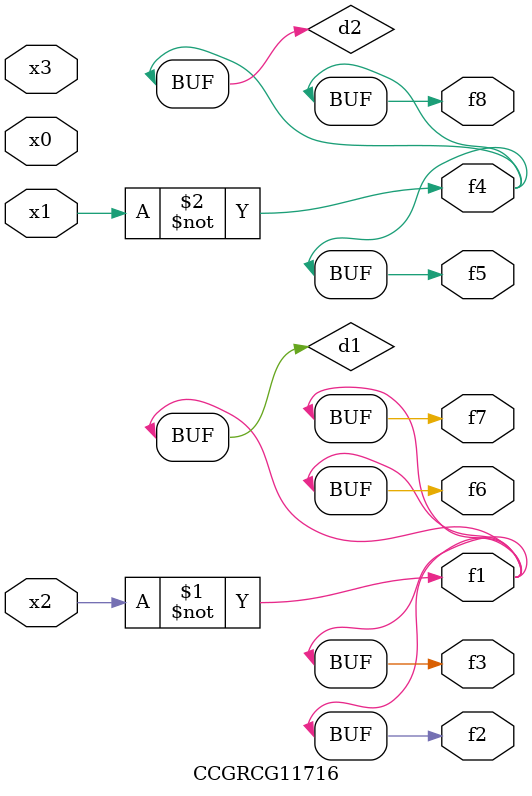
<source format=v>
module CCGRCG11716(
	input x0, x1, x2, x3,
	output f1, f2, f3, f4, f5, f6, f7, f8
);

	wire d1, d2;

	xnor (d1, x2);
	not (d2, x1);
	assign f1 = d1;
	assign f2 = d1;
	assign f3 = d1;
	assign f4 = d2;
	assign f5 = d2;
	assign f6 = d1;
	assign f7 = d1;
	assign f8 = d2;
endmodule

</source>
